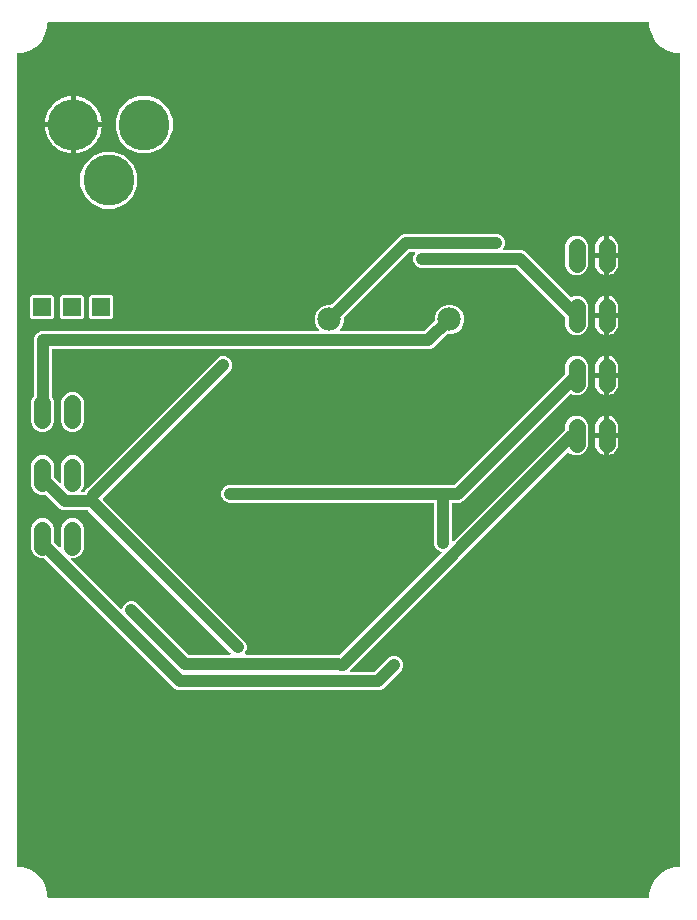
<source format=gbr>
G04 EAGLE Gerber RS-274X export*
G75*
%MOMM*%
%FSLAX34Y34*%
%LPD*%
%INBottom Copper*%
%IPPOS*%
%AMOC8*
5,1,8,0,0,1.08239X$1,22.5*%
G01*
%ADD10C,1.981200*%
%ADD11C,4.318000*%
%ADD12C,1.422400*%
%ADD13R,1.508000X1.508000*%
%ADD14C,1.016000*%
%ADD15C,0.756400*%

G36*
X563904Y29010D02*
X563904Y29010D01*
X563968Y29009D01*
X564043Y29030D01*
X564119Y29041D01*
X564178Y29067D01*
X564240Y29084D01*
X564306Y29125D01*
X564376Y29157D01*
X564425Y29199D01*
X564480Y29232D01*
X564532Y29290D01*
X564590Y29340D01*
X564626Y29394D01*
X564669Y29442D01*
X564702Y29511D01*
X564745Y29576D01*
X564764Y29638D01*
X564792Y29695D01*
X564803Y29765D01*
X564827Y29846D01*
X564828Y29931D01*
X564839Y30000D01*
X564839Y33313D01*
X566554Y39712D01*
X569866Y45449D01*
X574551Y50134D01*
X580288Y53446D01*
X586687Y55161D01*
X590000Y55161D01*
X590064Y55170D01*
X590128Y55169D01*
X590203Y55190D01*
X590279Y55201D01*
X590338Y55227D01*
X590400Y55244D01*
X590466Y55285D01*
X590536Y55317D01*
X590585Y55359D01*
X590640Y55392D01*
X590692Y55450D01*
X590750Y55500D01*
X590786Y55554D01*
X590829Y55602D01*
X590862Y55671D01*
X590905Y55736D01*
X590924Y55798D01*
X590952Y55855D01*
X590963Y55925D01*
X590987Y56006D01*
X590988Y56091D01*
X590999Y56160D01*
X590999Y743840D01*
X590990Y743904D01*
X590991Y743968D01*
X590970Y744043D01*
X590959Y744119D01*
X590933Y744178D01*
X590916Y744240D01*
X590875Y744306D01*
X590843Y744376D01*
X590801Y744425D01*
X590768Y744480D01*
X590710Y744532D01*
X590660Y744590D01*
X590606Y744626D01*
X590558Y744669D01*
X590489Y744702D01*
X590424Y744745D01*
X590362Y744764D01*
X590305Y744792D01*
X590235Y744803D01*
X590154Y744827D01*
X590069Y744828D01*
X590000Y744839D01*
X586687Y744839D01*
X580288Y746554D01*
X574551Y749866D01*
X569866Y754551D01*
X566554Y760288D01*
X564839Y766687D01*
X564839Y770000D01*
X564830Y770064D01*
X564831Y770128D01*
X564810Y770203D01*
X564799Y770279D01*
X564773Y770338D01*
X564756Y770400D01*
X564715Y770466D01*
X564683Y770536D01*
X564641Y770585D01*
X564608Y770640D01*
X564550Y770692D01*
X564500Y770750D01*
X564446Y770786D01*
X564398Y770829D01*
X564329Y770862D01*
X564264Y770905D01*
X564202Y770924D01*
X564145Y770952D01*
X564075Y770963D01*
X563994Y770987D01*
X563909Y770988D01*
X563840Y770999D01*
X56160Y770999D01*
X56096Y770990D01*
X56032Y770991D01*
X55957Y770970D01*
X55881Y770959D01*
X55822Y770933D01*
X55760Y770916D01*
X55694Y770875D01*
X55624Y770843D01*
X55575Y770801D01*
X55520Y770768D01*
X55468Y770710D01*
X55410Y770660D01*
X55374Y770606D01*
X55331Y770558D01*
X55298Y770489D01*
X55255Y770424D01*
X55236Y770362D01*
X55208Y770305D01*
X55197Y770235D01*
X55173Y770154D01*
X55172Y770069D01*
X55161Y770000D01*
X55161Y766687D01*
X53446Y760288D01*
X50134Y754551D01*
X45449Y749866D01*
X39712Y746554D01*
X33313Y744839D01*
X30000Y744839D01*
X29936Y744830D01*
X29872Y744831D01*
X29797Y744810D01*
X29721Y744799D01*
X29662Y744773D01*
X29600Y744756D01*
X29534Y744715D01*
X29464Y744683D01*
X29415Y744641D01*
X29360Y744608D01*
X29308Y744550D01*
X29250Y744500D01*
X29214Y744446D01*
X29171Y744398D01*
X29138Y744329D01*
X29095Y744264D01*
X29076Y744202D01*
X29048Y744145D01*
X29037Y744075D01*
X29013Y743994D01*
X29012Y743909D01*
X29001Y743840D01*
X29001Y56160D01*
X29010Y56096D01*
X29009Y56032D01*
X29030Y55957D01*
X29041Y55881D01*
X29067Y55822D01*
X29084Y55760D01*
X29125Y55694D01*
X29157Y55624D01*
X29199Y55575D01*
X29232Y55520D01*
X29290Y55468D01*
X29340Y55410D01*
X29394Y55374D01*
X29442Y55331D01*
X29511Y55298D01*
X29576Y55255D01*
X29638Y55236D01*
X29695Y55208D01*
X29765Y55197D01*
X29846Y55173D01*
X29931Y55172D01*
X30000Y55161D01*
X33313Y55161D01*
X39712Y53446D01*
X45449Y50134D01*
X50134Y45449D01*
X53446Y39712D01*
X55161Y33313D01*
X55161Y30000D01*
X55170Y29936D01*
X55169Y29872D01*
X55190Y29797D01*
X55201Y29721D01*
X55227Y29662D01*
X55244Y29600D01*
X55285Y29534D01*
X55317Y29464D01*
X55359Y29415D01*
X55392Y29360D01*
X55450Y29308D01*
X55500Y29250D01*
X55554Y29214D01*
X55602Y29171D01*
X55671Y29138D01*
X55736Y29095D01*
X55798Y29076D01*
X55855Y29048D01*
X55925Y29037D01*
X56006Y29013D01*
X56091Y29012D01*
X56160Y29001D01*
X563840Y29001D01*
X563904Y29010D01*
G37*
%LPC*%
G36*
X165984Y204879D02*
X165984Y204879D01*
X163183Y206039D01*
X52580Y316643D01*
X52503Y316700D01*
X52432Y316765D01*
X52391Y316785D01*
X52354Y316812D01*
X52264Y316846D01*
X52178Y316888D01*
X52136Y316894D01*
X52091Y316911D01*
X51963Y316921D01*
X51873Y316935D01*
X48880Y316935D01*
X45332Y318405D01*
X42617Y321120D01*
X41147Y324668D01*
X41147Y342732D01*
X42617Y346280D01*
X45332Y348995D01*
X48880Y350465D01*
X52720Y350465D01*
X56268Y348995D01*
X58983Y346280D01*
X60453Y342732D01*
X60453Y330739D01*
X60461Y330678D01*
X60461Y330646D01*
X60467Y330623D01*
X60471Y330547D01*
X60486Y330504D01*
X60493Y330459D01*
X60532Y330372D01*
X60564Y330281D01*
X60589Y330247D01*
X60609Y330202D01*
X60692Y330105D01*
X60745Y330032D01*
X64841Y325936D01*
X64867Y325917D01*
X64888Y325892D01*
X64980Y325832D01*
X65067Y325767D01*
X65097Y325755D01*
X65124Y325738D01*
X65229Y325706D01*
X65331Y325667D01*
X65363Y325665D01*
X65394Y325655D01*
X65503Y325654D01*
X65612Y325645D01*
X65644Y325652D01*
X65676Y325651D01*
X65781Y325681D01*
X65888Y325703D01*
X65917Y325718D01*
X65948Y325727D01*
X66041Y325784D01*
X66137Y325835D01*
X66160Y325858D01*
X66188Y325875D01*
X66261Y325956D01*
X66339Y326032D01*
X66355Y326060D01*
X66377Y326084D01*
X66424Y326182D01*
X66478Y326277D01*
X66486Y326309D01*
X66500Y326338D01*
X66514Y326427D01*
X66543Y326552D01*
X66541Y326600D01*
X66547Y326642D01*
X66547Y342732D01*
X68017Y346280D01*
X70732Y348995D01*
X74280Y350465D01*
X78120Y350465D01*
X81668Y348995D01*
X84383Y346280D01*
X85853Y342732D01*
X85853Y324668D01*
X84383Y321120D01*
X81668Y318405D01*
X78120Y316935D01*
X76254Y316935D01*
X76223Y316931D01*
X76190Y316933D01*
X76083Y316911D01*
X75975Y316895D01*
X75946Y316882D01*
X75914Y316876D01*
X75818Y316824D01*
X75718Y316779D01*
X75694Y316758D01*
X75665Y316743D01*
X75587Y316667D01*
X75504Y316596D01*
X75486Y316569D01*
X75463Y316546D01*
X75409Y316451D01*
X75350Y316360D01*
X75340Y316329D01*
X75324Y316301D01*
X75299Y316194D01*
X75267Y316090D01*
X75267Y316058D01*
X75259Y316027D01*
X75265Y315917D01*
X75263Y315808D01*
X75272Y315777D01*
X75274Y315745D01*
X75309Y315642D01*
X75339Y315536D01*
X75356Y315509D01*
X75366Y315478D01*
X75419Y315405D01*
X75487Y315296D01*
X75523Y315264D01*
X75548Y315229D01*
X117025Y273753D01*
X117120Y273681D01*
X117211Y273606D01*
X117232Y273597D01*
X117250Y273583D01*
X117361Y273541D01*
X117470Y273495D01*
X117493Y273492D01*
X117514Y273484D01*
X117632Y273475D01*
X117750Y273460D01*
X117773Y273464D01*
X117795Y273462D01*
X117911Y273486D01*
X118029Y273505D01*
X118049Y273515D01*
X118071Y273520D01*
X118176Y273575D01*
X118283Y273626D01*
X118300Y273641D01*
X118320Y273652D01*
X118405Y273735D01*
X118494Y273814D01*
X118505Y273832D01*
X118523Y273849D01*
X118614Y274011D01*
X118655Y274077D01*
X119789Y276817D01*
X121933Y278961D01*
X124734Y280121D01*
X127766Y280121D01*
X130567Y278961D01*
X174114Y235413D01*
X174191Y235356D01*
X174262Y235291D01*
X174303Y235271D01*
X174340Y235244D01*
X174430Y235210D01*
X174516Y235168D01*
X174558Y235162D01*
X174603Y235145D01*
X174731Y235135D01*
X174821Y235121D01*
X209190Y235121D01*
X209221Y235125D01*
X209254Y235123D01*
X209361Y235145D01*
X209469Y235161D01*
X209498Y235174D01*
X209530Y235180D01*
X209626Y235232D01*
X209726Y235277D01*
X209750Y235298D01*
X209779Y235313D01*
X209857Y235389D01*
X209940Y235460D01*
X209958Y235487D01*
X209981Y235510D01*
X210035Y235605D01*
X210094Y235696D01*
X210104Y235727D01*
X210120Y235755D01*
X210145Y235862D01*
X210177Y235966D01*
X210177Y235998D01*
X210185Y236029D01*
X210179Y236139D01*
X210181Y236248D01*
X210172Y236279D01*
X210170Y236311D01*
X210135Y236414D01*
X210105Y236520D01*
X210088Y236547D01*
X210078Y236578D01*
X210025Y236651D01*
X209957Y236760D01*
X209921Y236792D01*
X209896Y236827D01*
X89636Y357087D01*
X89559Y357144D01*
X89488Y357209D01*
X89447Y357229D01*
X89410Y357256D01*
X89320Y357290D01*
X89234Y357332D01*
X89192Y357338D01*
X89147Y357355D01*
X89019Y357365D01*
X88929Y357379D01*
X68484Y357379D01*
X65683Y358539D01*
X53947Y370276D01*
X53939Y370281D01*
X53933Y370289D01*
X53826Y370366D01*
X53721Y370445D01*
X53712Y370448D01*
X53705Y370454D01*
X53581Y370498D01*
X53457Y370545D01*
X53448Y370545D01*
X53439Y370548D01*
X53308Y370556D01*
X53176Y370566D01*
X53167Y370564D01*
X53157Y370565D01*
X53082Y370547D01*
X52900Y370509D01*
X52879Y370497D01*
X52858Y370492D01*
X52720Y370435D01*
X48880Y370435D01*
X45332Y371905D01*
X42617Y374620D01*
X41147Y378168D01*
X41147Y396232D01*
X42617Y399780D01*
X45332Y402495D01*
X48880Y403965D01*
X52720Y403965D01*
X56268Y402495D01*
X58983Y399780D01*
X60453Y396232D01*
X60453Y385739D01*
X60466Y385644D01*
X60467Y385633D01*
X60466Y385605D01*
X60469Y385597D01*
X60471Y385547D01*
X60486Y385504D01*
X60493Y385459D01*
X60529Y385378D01*
X60542Y385333D01*
X60550Y385319D01*
X60564Y385281D01*
X60589Y385247D01*
X60609Y385202D01*
X60658Y385145D01*
X60690Y385093D01*
X60721Y385065D01*
X60745Y385032D01*
X64841Y380936D01*
X64867Y380917D01*
X64888Y380892D01*
X64980Y380832D01*
X65067Y380767D01*
X65097Y380755D01*
X65124Y380738D01*
X65229Y380706D01*
X65331Y380667D01*
X65363Y380665D01*
X65394Y380655D01*
X65503Y380654D01*
X65612Y380645D01*
X65644Y380652D01*
X65676Y380651D01*
X65781Y380681D01*
X65888Y380703D01*
X65917Y380718D01*
X65948Y380727D01*
X66041Y380784D01*
X66137Y380835D01*
X66160Y380858D01*
X66188Y380875D01*
X66261Y380956D01*
X66339Y381032D01*
X66355Y381060D01*
X66377Y381084D01*
X66424Y381182D01*
X66478Y381277D01*
X66486Y381309D01*
X66500Y381338D01*
X66514Y381427D01*
X66543Y381552D01*
X66541Y381600D01*
X66547Y381642D01*
X66547Y396232D01*
X68017Y399780D01*
X70732Y402495D01*
X74280Y403965D01*
X78120Y403965D01*
X81668Y402495D01*
X84383Y399780D01*
X85853Y396232D01*
X85853Y378168D01*
X84383Y374620D01*
X84090Y374327D01*
X84070Y374301D01*
X84046Y374280D01*
X83986Y374188D01*
X83920Y374101D01*
X83909Y374071D01*
X83891Y374044D01*
X83859Y373939D01*
X83821Y373837D01*
X83818Y373805D01*
X83809Y373774D01*
X83807Y373665D01*
X83799Y373556D01*
X83806Y373524D01*
X83805Y373492D01*
X83834Y373387D01*
X83857Y373280D01*
X83872Y373251D01*
X83880Y373220D01*
X83938Y373127D01*
X83989Y373031D01*
X84011Y373008D01*
X84028Y372980D01*
X84110Y372907D01*
X84186Y372829D01*
X84214Y372813D01*
X84238Y372791D01*
X84336Y372744D01*
X84431Y372690D01*
X84462Y372682D01*
X84492Y372668D01*
X84581Y372654D01*
X84706Y372625D01*
X84754Y372627D01*
X84796Y372621D01*
X85770Y372621D01*
X85852Y372632D01*
X85936Y372635D01*
X85991Y372652D01*
X86049Y372661D01*
X86125Y372695D01*
X86204Y372720D01*
X86253Y372753D01*
X86306Y372777D01*
X86369Y372831D01*
X86438Y372877D01*
X86476Y372922D01*
X86520Y372960D01*
X86566Y373030D01*
X86619Y373094D01*
X86640Y373144D01*
X86675Y373196D01*
X86704Y373291D01*
X86995Y373684D01*
X87068Y373819D01*
X87115Y373897D01*
X87289Y374317D01*
X87910Y374938D01*
X87959Y375002D01*
X88007Y375049D01*
X88529Y375755D01*
X88919Y375989D01*
X89038Y376086D01*
X89112Y376139D01*
X199433Y486461D01*
X202234Y487621D01*
X205266Y487621D01*
X208067Y486461D01*
X210211Y484317D01*
X211371Y481516D01*
X211371Y478484D01*
X210211Y475683D01*
X102109Y367582D01*
X102070Y367530D01*
X102024Y367485D01*
X101986Y367418D01*
X101940Y367356D01*
X101917Y367296D01*
X101885Y367240D01*
X101867Y367165D01*
X101840Y367092D01*
X101835Y367028D01*
X101820Y366966D01*
X101824Y366888D01*
X101818Y366811D01*
X101831Y366748D01*
X101835Y366684D01*
X101860Y366611D01*
X101876Y366535D01*
X101906Y366478D01*
X101927Y366417D01*
X101969Y366361D01*
X102008Y366286D01*
X102068Y366225D01*
X102109Y366168D01*
X222711Y245567D01*
X223871Y242766D01*
X223871Y239734D01*
X222711Y236933D01*
X222604Y236827D01*
X222585Y236801D01*
X222560Y236780D01*
X222500Y236688D01*
X222435Y236601D01*
X222423Y236571D01*
X222406Y236544D01*
X222374Y236440D01*
X222335Y236337D01*
X222333Y236305D01*
X222323Y236274D01*
X222322Y236165D01*
X222313Y236056D01*
X222320Y236024D01*
X222319Y235992D01*
X222349Y235887D01*
X222371Y235780D01*
X222386Y235751D01*
X222395Y235720D01*
X222452Y235627D01*
X222503Y235531D01*
X222526Y235508D01*
X222543Y235480D01*
X222624Y235407D01*
X222700Y235329D01*
X222728Y235313D01*
X222752Y235291D01*
X222850Y235244D01*
X222945Y235190D01*
X222977Y235182D01*
X223006Y235168D01*
X223095Y235154D01*
X223220Y235125D01*
X223268Y235127D01*
X223310Y235121D01*
X299362Y235121D01*
X299442Y235132D01*
X299509Y235132D01*
X300378Y235261D01*
X300819Y235151D01*
X300972Y235135D01*
X301061Y235121D01*
X301516Y235121D01*
X302014Y234914D01*
X302024Y234912D01*
X302032Y234907D01*
X302058Y234901D01*
X302073Y234894D01*
X302118Y234887D01*
X302160Y234877D01*
X302288Y234844D01*
X302297Y234844D01*
X302306Y234842D01*
X302386Y234846D01*
X302405Y234846D01*
X302416Y234848D01*
X302439Y234849D01*
X302570Y234853D01*
X302578Y234856D01*
X302588Y234857D01*
X302665Y234883D01*
X302684Y234886D01*
X302720Y234902D01*
X302838Y234941D01*
X302846Y234946D01*
X302854Y234949D01*
X302905Y234986D01*
X302941Y235002D01*
X302992Y235046D01*
X303071Y235099D01*
X303086Y235118D01*
X303103Y235131D01*
X388747Y320775D01*
X388819Y320870D01*
X388894Y320961D01*
X388903Y320982D01*
X388917Y321000D01*
X388959Y321111D01*
X389005Y321220D01*
X389008Y321243D01*
X389016Y321264D01*
X389025Y321382D01*
X389040Y321500D01*
X389036Y321523D01*
X389038Y321545D01*
X389014Y321661D01*
X388995Y321779D01*
X388985Y321799D01*
X388980Y321821D01*
X388925Y321926D01*
X388874Y322033D01*
X388859Y322050D01*
X388848Y322070D01*
X388765Y322155D01*
X388686Y322244D01*
X388668Y322255D01*
X388651Y322273D01*
X388489Y322365D01*
X388423Y322405D01*
X385683Y323539D01*
X383539Y325683D01*
X382379Y328484D01*
X382379Y362630D01*
X382370Y362694D01*
X382371Y362758D01*
X382350Y362833D01*
X382339Y362909D01*
X382313Y362968D01*
X382296Y363030D01*
X382255Y363096D01*
X382223Y363166D01*
X382181Y363215D01*
X382148Y363270D01*
X382090Y363322D01*
X382040Y363380D01*
X381986Y363416D01*
X381938Y363459D01*
X381869Y363492D01*
X381804Y363535D01*
X381742Y363554D01*
X381685Y363582D01*
X381615Y363593D01*
X381534Y363617D01*
X381449Y363618D01*
X381380Y363629D01*
X208484Y363629D01*
X205683Y364789D01*
X203539Y366933D01*
X202379Y369734D01*
X202379Y372766D01*
X203539Y375567D01*
X205683Y377711D01*
X208484Y378871D01*
X398930Y378871D01*
X399024Y378884D01*
X399121Y378889D01*
X399164Y378904D01*
X399209Y378911D01*
X399296Y378950D01*
X399387Y378982D01*
X399422Y379007D01*
X399466Y379027D01*
X399563Y379110D01*
X399636Y379163D01*
X493155Y472682D01*
X493212Y472759D01*
X493277Y472830D01*
X493297Y472871D01*
X493324Y472907D01*
X493358Y472998D01*
X493400Y473084D01*
X493406Y473126D01*
X493423Y473171D01*
X493433Y473299D01*
X493447Y473388D01*
X493447Y480532D01*
X494917Y484080D01*
X497632Y486795D01*
X501180Y488265D01*
X505020Y488265D01*
X508568Y486795D01*
X511283Y484080D01*
X512753Y480532D01*
X512753Y462468D01*
X511283Y458920D01*
X508568Y456205D01*
X505020Y454735D01*
X501180Y454735D01*
X498673Y455774D01*
X498664Y455776D01*
X498656Y455781D01*
X498527Y455811D01*
X498400Y455844D01*
X498391Y455843D01*
X498381Y455846D01*
X498249Y455839D01*
X498118Y455835D01*
X498109Y455832D01*
X498100Y455831D01*
X497975Y455788D01*
X497850Y455747D01*
X497842Y455742D01*
X497833Y455739D01*
X497771Y455693D01*
X497617Y455588D01*
X497602Y455570D01*
X497584Y455557D01*
X409101Y367074D01*
X406817Y364789D01*
X404016Y363629D01*
X398620Y363629D01*
X398556Y363620D01*
X398492Y363621D01*
X398417Y363600D01*
X398341Y363589D01*
X398282Y363563D01*
X398220Y363546D01*
X398154Y363505D01*
X398084Y363473D01*
X398035Y363431D01*
X397980Y363398D01*
X397928Y363340D01*
X397870Y363290D01*
X397834Y363236D01*
X397791Y363188D01*
X397758Y363119D01*
X397715Y363054D01*
X397696Y362992D01*
X397668Y362935D01*
X397657Y362865D01*
X397633Y362784D01*
X397632Y362699D01*
X397621Y362630D01*
X397621Y332060D01*
X397625Y332029D01*
X397623Y331996D01*
X397645Y331889D01*
X397661Y331781D01*
X397674Y331752D01*
X397680Y331720D01*
X397732Y331624D01*
X397777Y331524D01*
X397798Y331500D01*
X397813Y331471D01*
X397889Y331393D01*
X397960Y331310D01*
X397987Y331292D01*
X398010Y331269D01*
X398105Y331215D01*
X398196Y331156D01*
X398227Y331146D01*
X398255Y331130D01*
X398362Y331105D01*
X398466Y331073D01*
X398498Y331073D01*
X398529Y331065D01*
X398639Y331071D01*
X398748Y331069D01*
X398779Y331078D01*
X398811Y331080D01*
X398914Y331115D01*
X399020Y331145D01*
X399047Y331162D01*
X399078Y331172D01*
X399151Y331225D01*
X399260Y331293D01*
X399292Y331329D01*
X399327Y331354D01*
X492149Y424176D01*
X493155Y425182D01*
X493212Y425259D01*
X493277Y425330D01*
X493297Y425371D01*
X493324Y425408D01*
X493358Y425498D01*
X493400Y425584D01*
X493406Y425626D01*
X493423Y425671D01*
X493433Y425799D01*
X493447Y425889D01*
X493447Y429732D01*
X494917Y433280D01*
X497632Y435995D01*
X501180Y437465D01*
X505020Y437465D01*
X508568Y435995D01*
X511283Y433280D01*
X512753Y429732D01*
X512753Y411668D01*
X511283Y408120D01*
X508568Y405405D01*
X505020Y403935D01*
X501180Y403935D01*
X497632Y405405D01*
X496989Y406048D01*
X496937Y406087D01*
X496892Y406133D01*
X496825Y406171D01*
X496763Y406218D01*
X496703Y406240D01*
X496647Y406272D01*
X496572Y406290D01*
X496499Y406317D01*
X496435Y406322D01*
X496373Y406337D01*
X496295Y406333D01*
X496218Y406339D01*
X496155Y406326D01*
X496091Y406322D01*
X496018Y406297D01*
X495942Y406281D01*
X495885Y406251D01*
X495825Y406230D01*
X495768Y406189D01*
X495693Y406149D01*
X495632Y406090D01*
X495576Y406048D01*
X311354Y221827D01*
X311335Y221801D01*
X311310Y221780D01*
X311250Y221688D01*
X311185Y221601D01*
X311173Y221571D01*
X311156Y221544D01*
X311124Y221439D01*
X311085Y221337D01*
X311083Y221305D01*
X311073Y221274D01*
X311072Y221165D01*
X311063Y221056D01*
X311070Y221024D01*
X311069Y220992D01*
X311099Y220887D01*
X311121Y220780D01*
X311136Y220751D01*
X311145Y220720D01*
X311202Y220627D01*
X311253Y220531D01*
X311276Y220508D01*
X311293Y220480D01*
X311374Y220407D01*
X311450Y220329D01*
X311478Y220313D01*
X311502Y220291D01*
X311600Y220244D01*
X311695Y220190D01*
X311727Y220182D01*
X311756Y220168D01*
X311845Y220154D01*
X311970Y220125D01*
X312018Y220127D01*
X312060Y220121D01*
X331429Y220121D01*
X331524Y220134D01*
X331621Y220139D01*
X331664Y220154D01*
X331709Y220161D01*
X331796Y220200D01*
X331887Y220232D01*
X331921Y220257D01*
X331966Y220277D01*
X332063Y220360D01*
X332136Y220413D01*
X344433Y232711D01*
X347234Y233871D01*
X350266Y233871D01*
X353067Y232711D01*
X355211Y230567D01*
X356371Y227766D01*
X356371Y224734D01*
X355211Y221933D01*
X339317Y206039D01*
X336516Y204879D01*
X165984Y204879D01*
G37*
%LPD*%
%LPC*%
G36*
X48880Y423935D02*
X48880Y423935D01*
X45332Y425405D01*
X42617Y428120D01*
X41147Y431668D01*
X41147Y449732D01*
X42617Y453280D01*
X43337Y454000D01*
X43348Y454015D01*
X43356Y454021D01*
X43373Y454048D01*
X43394Y454076D01*
X43459Y454148D01*
X43479Y454189D01*
X43506Y454225D01*
X43540Y454315D01*
X43582Y454402D01*
X43588Y454444D01*
X43605Y454489D01*
X43615Y454617D01*
X43629Y454706D01*
X43629Y502766D01*
X44789Y505567D01*
X46933Y507711D01*
X49734Y508871D01*
X284115Y508871D01*
X284146Y508875D01*
X284179Y508873D01*
X284286Y508895D01*
X284394Y508911D01*
X284423Y508924D01*
X284455Y508930D01*
X284551Y508982D01*
X284651Y509027D01*
X284675Y509048D01*
X284704Y509063D01*
X284782Y509139D01*
X284865Y509210D01*
X284883Y509237D01*
X284906Y509260D01*
X284960Y509355D01*
X285019Y509446D01*
X285029Y509477D01*
X285045Y509505D01*
X285070Y509611D01*
X285102Y509716D01*
X285102Y509748D01*
X285110Y509779D01*
X285104Y509889D01*
X285106Y509998D01*
X285097Y510029D01*
X285095Y510061D01*
X285060Y510164D01*
X285030Y510270D01*
X285013Y510297D01*
X285003Y510328D01*
X284950Y510401D01*
X284882Y510510D01*
X284846Y510542D01*
X284821Y510577D01*
X283348Y512049D01*
X281453Y516624D01*
X281453Y521576D01*
X283348Y526151D01*
X286849Y529652D01*
X291424Y531547D01*
X295355Y531547D01*
X295450Y531560D01*
X295547Y531565D01*
X295590Y531580D01*
X295635Y531587D01*
X295722Y531626D01*
X295813Y531658D01*
X295847Y531683D01*
X295892Y531703D01*
X295989Y531786D01*
X296062Y531839D01*
X354433Y590211D01*
X357234Y591371D01*
X436516Y591371D01*
X439317Y590211D01*
X441461Y588067D01*
X442621Y585266D01*
X442621Y582234D01*
X441461Y579433D01*
X441354Y579327D01*
X441335Y579301D01*
X441310Y579280D01*
X441250Y579188D01*
X441185Y579101D01*
X441173Y579071D01*
X441156Y579044D01*
X441124Y578940D01*
X441085Y578837D01*
X441083Y578805D01*
X441073Y578774D01*
X441072Y578665D01*
X441063Y578556D01*
X441070Y578524D01*
X441069Y578492D01*
X441099Y578387D01*
X441121Y578280D01*
X441136Y578251D01*
X441145Y578220D01*
X441202Y578127D01*
X441253Y578031D01*
X441276Y578008D01*
X441293Y577980D01*
X441374Y577907D01*
X441450Y577829D01*
X441478Y577813D01*
X441502Y577791D01*
X441600Y577744D01*
X441695Y577690D01*
X441727Y577682D01*
X441756Y577668D01*
X441845Y577654D01*
X441970Y577625D01*
X442018Y577627D01*
X442060Y577621D01*
X456516Y577621D01*
X459317Y576461D01*
X497549Y538228D01*
X497556Y538223D01*
X497562Y538215D01*
X497670Y538138D01*
X497775Y538059D01*
X497783Y538056D01*
X497791Y538050D01*
X497915Y538006D01*
X498038Y537960D01*
X498048Y537959D01*
X498057Y537956D01*
X498188Y537948D01*
X498320Y537938D01*
X498329Y537940D01*
X498338Y537939D01*
X498414Y537957D01*
X498596Y537995D01*
X498617Y538007D01*
X498638Y538012D01*
X501180Y539065D01*
X505020Y539065D01*
X508568Y537595D01*
X511283Y534880D01*
X512753Y531332D01*
X512753Y513268D01*
X511283Y509720D01*
X508568Y507005D01*
X505020Y505535D01*
X501180Y505535D01*
X497632Y507005D01*
X494917Y509720D01*
X493447Y513268D01*
X493447Y520361D01*
X493434Y520456D01*
X493429Y520553D01*
X493414Y520596D01*
X493407Y520641D01*
X493368Y520728D01*
X493336Y520819D01*
X493311Y520853D01*
X493291Y520898D01*
X493208Y520995D01*
X493155Y521068D01*
X452136Y562087D01*
X452059Y562144D01*
X451988Y562209D01*
X451947Y562229D01*
X451910Y562256D01*
X451820Y562290D01*
X451734Y562332D01*
X451692Y562338D01*
X451647Y562355D01*
X451519Y562365D01*
X451429Y562379D01*
X370984Y562379D01*
X368183Y563539D01*
X366039Y565683D01*
X364879Y568484D01*
X364879Y571516D01*
X366039Y574317D01*
X366146Y574423D01*
X366165Y574449D01*
X366190Y574470D01*
X366250Y574562D01*
X366315Y574649D01*
X366327Y574679D01*
X366344Y574706D01*
X366376Y574810D01*
X366415Y574913D01*
X366417Y574945D01*
X366427Y574976D01*
X366428Y575085D01*
X366437Y575194D01*
X366430Y575226D01*
X366431Y575258D01*
X366401Y575363D01*
X366379Y575470D01*
X366364Y575499D01*
X366355Y575530D01*
X366298Y575623D01*
X366247Y575719D01*
X366224Y575742D01*
X366207Y575770D01*
X366126Y575843D01*
X366050Y575921D01*
X366022Y575937D01*
X365998Y575959D01*
X365900Y576006D01*
X365805Y576060D01*
X365773Y576068D01*
X365744Y576082D01*
X365655Y576096D01*
X365530Y576125D01*
X365482Y576123D01*
X365440Y576129D01*
X362321Y576129D01*
X362226Y576116D01*
X362129Y576111D01*
X362086Y576096D01*
X362041Y576089D01*
X361954Y576050D01*
X361863Y576018D01*
X361829Y575993D01*
X361784Y575973D01*
X361687Y575890D01*
X361614Y575837D01*
X306639Y520862D01*
X306582Y520785D01*
X306517Y520714D01*
X306497Y520673D01*
X306470Y520636D01*
X306436Y520546D01*
X306394Y520460D01*
X306388Y520418D01*
X306371Y520373D01*
X306361Y520245D01*
X306347Y520155D01*
X306347Y516624D01*
X304452Y512049D01*
X302979Y510577D01*
X302960Y510551D01*
X302935Y510530D01*
X302875Y510438D01*
X302810Y510351D01*
X302798Y510321D01*
X302781Y510294D01*
X302749Y510189D01*
X302710Y510087D01*
X302708Y510055D01*
X302698Y510024D01*
X302697Y509915D01*
X302688Y509806D01*
X302695Y509774D01*
X302694Y509742D01*
X302724Y509637D01*
X302746Y509530D01*
X302761Y509501D01*
X302770Y509470D01*
X302827Y509377D01*
X302878Y509281D01*
X302901Y509258D01*
X302918Y509230D01*
X302999Y509157D01*
X303075Y509079D01*
X303103Y509063D01*
X303127Y509041D01*
X303225Y508994D01*
X303320Y508940D01*
X303352Y508932D01*
X303381Y508918D01*
X303470Y508904D01*
X303595Y508875D01*
X303643Y508877D01*
X303685Y508871D01*
X373929Y508871D01*
X374024Y508884D01*
X374121Y508889D01*
X374164Y508904D01*
X374209Y508911D01*
X374296Y508950D01*
X374387Y508982D01*
X374421Y509007D01*
X374466Y509027D01*
X374563Y509110D01*
X374636Y509163D01*
X382761Y517288D01*
X382818Y517365D01*
X382883Y517436D01*
X382903Y517477D01*
X382930Y517514D01*
X382964Y517604D01*
X383006Y517690D01*
X383012Y517732D01*
X383029Y517777D01*
X383039Y517905D01*
X383053Y517995D01*
X383053Y521576D01*
X384948Y526151D01*
X388449Y529652D01*
X393024Y531547D01*
X397976Y531547D01*
X402551Y529652D01*
X406052Y526151D01*
X407947Y521576D01*
X407947Y516624D01*
X406052Y512049D01*
X402551Y508548D01*
X397976Y506653D01*
X394095Y506653D01*
X394000Y506640D01*
X393903Y506635D01*
X393860Y506620D01*
X393815Y506613D01*
X393728Y506574D01*
X393637Y506542D01*
X393603Y506517D01*
X393558Y506497D01*
X393461Y506414D01*
X393388Y506361D01*
X381817Y494789D01*
X379016Y493629D01*
X59870Y493629D01*
X59806Y493620D01*
X59742Y493621D01*
X59667Y493600D01*
X59591Y493589D01*
X59532Y493563D01*
X59470Y493546D01*
X59404Y493505D01*
X59334Y493473D01*
X59285Y493431D01*
X59230Y493398D01*
X59178Y493340D01*
X59120Y493290D01*
X59084Y493236D01*
X59041Y493188D01*
X59008Y493119D01*
X58965Y493054D01*
X58946Y492992D01*
X58918Y492935D01*
X58907Y492865D01*
X58883Y492784D01*
X58882Y492699D01*
X58871Y492630D01*
X58871Y453750D01*
X58877Y453709D01*
X58874Y453667D01*
X58894Y453583D01*
X58911Y453471D01*
X58935Y453417D01*
X58947Y453368D01*
X60453Y449732D01*
X60453Y431668D01*
X58983Y428120D01*
X56268Y425405D01*
X52720Y423935D01*
X48880Y423935D01*
G37*
%LPD*%
%LPC*%
G36*
X132200Y659769D02*
X132200Y659769D01*
X123331Y663443D01*
X116543Y670231D01*
X112869Y679100D01*
X112869Y688700D01*
X116543Y697569D01*
X123331Y704357D01*
X132200Y708031D01*
X141800Y708031D01*
X150669Y704357D01*
X157457Y697569D01*
X161131Y688700D01*
X161131Y679100D01*
X157457Y670231D01*
X150669Y663443D01*
X141800Y659769D01*
X132200Y659769D01*
G37*
%LPD*%
%LPC*%
G36*
X102200Y612769D02*
X102200Y612769D01*
X93331Y616443D01*
X86543Y623231D01*
X82869Y632100D01*
X82869Y641700D01*
X86543Y650569D01*
X93331Y657357D01*
X102200Y661031D01*
X111800Y661031D01*
X120669Y657357D01*
X127457Y650569D01*
X131131Y641700D01*
X131131Y632100D01*
X127457Y623231D01*
X120669Y616443D01*
X111800Y612769D01*
X102200Y612769D01*
G37*
%LPD*%
%LPC*%
G36*
X501180Y556335D02*
X501180Y556335D01*
X497632Y557805D01*
X494917Y560520D01*
X493447Y564068D01*
X493447Y582132D01*
X494917Y585680D01*
X497632Y588395D01*
X501180Y589865D01*
X505020Y589865D01*
X508568Y588395D01*
X511283Y585680D01*
X512753Y582132D01*
X512753Y564068D01*
X511283Y560520D01*
X508568Y557805D01*
X505020Y556335D01*
X501180Y556335D01*
G37*
%LPD*%
%LPC*%
G36*
X74280Y423935D02*
X74280Y423935D01*
X70732Y425405D01*
X68017Y428120D01*
X66547Y431668D01*
X66547Y449732D01*
X68017Y453280D01*
X70732Y455995D01*
X74280Y457465D01*
X78120Y457465D01*
X81668Y455995D01*
X84383Y453280D01*
X85853Y449732D01*
X85853Y431668D01*
X84383Y428120D01*
X81668Y425405D01*
X78120Y423935D01*
X74280Y423935D01*
G37*
%LPD*%
%LPC*%
G36*
X67208Y519519D02*
X67208Y519519D01*
X65719Y521008D01*
X65719Y538192D01*
X67208Y539681D01*
X84392Y539681D01*
X85881Y538192D01*
X85881Y521008D01*
X84392Y519519D01*
X67208Y519519D01*
G37*
%LPD*%
%LPC*%
G36*
X42208Y519519D02*
X42208Y519519D01*
X40719Y521008D01*
X40719Y538192D01*
X42208Y539681D01*
X59392Y539681D01*
X60881Y538192D01*
X60881Y521008D01*
X59392Y519519D01*
X42208Y519519D01*
G37*
%LPD*%
%LPC*%
G36*
X92208Y519519D02*
X92208Y519519D01*
X90719Y521008D01*
X90719Y538192D01*
X92208Y539681D01*
X109392Y539681D01*
X110881Y538192D01*
X110881Y521008D01*
X109392Y519519D01*
X92208Y519519D01*
G37*
%LPD*%
%LPC*%
G36*
X78999Y685899D02*
X78999Y685899D01*
X78999Y707958D01*
X81049Y707727D01*
X83691Y707124D01*
X86249Y706229D01*
X88691Y705053D01*
X90986Y703611D01*
X93105Y701921D01*
X95021Y700005D01*
X96711Y697886D01*
X98153Y695591D01*
X99329Y693149D01*
X100224Y690591D01*
X100827Y687949D01*
X101058Y685899D01*
X78999Y685899D01*
G37*
%LPD*%
%LPC*%
G36*
X52942Y685899D02*
X52942Y685899D01*
X53173Y687949D01*
X53776Y690591D01*
X54671Y693149D01*
X55847Y695591D01*
X57289Y697886D01*
X58979Y700005D01*
X60895Y701921D01*
X63014Y703611D01*
X65309Y705053D01*
X67751Y706229D01*
X70309Y707124D01*
X72951Y707727D01*
X75001Y707958D01*
X75001Y685899D01*
X52942Y685899D01*
G37*
%LPD*%
%LPC*%
G36*
X78999Y681901D02*
X78999Y681901D01*
X101058Y681901D01*
X100827Y679851D01*
X100224Y677209D01*
X99329Y674651D01*
X98153Y672209D01*
X96711Y669914D01*
X95021Y667795D01*
X93105Y665879D01*
X90986Y664189D01*
X88691Y662747D01*
X86249Y661571D01*
X83691Y660676D01*
X81049Y660073D01*
X78999Y659842D01*
X78999Y681901D01*
G37*
%LPD*%
%LPC*%
G36*
X72951Y660073D02*
X72951Y660073D01*
X70309Y660676D01*
X67751Y661571D01*
X65309Y662747D01*
X63014Y664189D01*
X60895Y665879D01*
X58979Y667795D01*
X57289Y669914D01*
X55847Y672209D01*
X54671Y674651D01*
X53776Y677209D01*
X53173Y679851D01*
X52942Y681901D01*
X75001Y681901D01*
X75001Y659842D01*
X72951Y660073D01*
G37*
%LPD*%
%LPC*%
G36*
X530499Y575099D02*
X530499Y575099D01*
X530499Y589668D01*
X530760Y589627D01*
X532205Y589158D01*
X533559Y588468D01*
X534788Y587575D01*
X535863Y586500D01*
X536756Y585271D01*
X537446Y583917D01*
X537915Y582472D01*
X538153Y580972D01*
X538153Y575099D01*
X530499Y575099D01*
G37*
%LPD*%
%LPC*%
G36*
X530499Y524299D02*
X530499Y524299D01*
X530499Y538868D01*
X530760Y538827D01*
X532205Y538358D01*
X533559Y537668D01*
X534788Y536775D01*
X535863Y535700D01*
X536756Y534471D01*
X537446Y533117D01*
X537915Y531672D01*
X538153Y530172D01*
X538153Y524299D01*
X530499Y524299D01*
G37*
%LPD*%
%LPC*%
G36*
X530499Y473499D02*
X530499Y473499D01*
X530499Y488068D01*
X530760Y488027D01*
X532205Y487558D01*
X533559Y486868D01*
X534788Y485975D01*
X535863Y484900D01*
X536756Y483671D01*
X537446Y482317D01*
X537915Y480872D01*
X538153Y479372D01*
X538153Y473499D01*
X530499Y473499D01*
G37*
%LPD*%
%LPC*%
G36*
X530499Y422699D02*
X530499Y422699D01*
X530499Y437268D01*
X530760Y437227D01*
X532205Y436758D01*
X533559Y436068D01*
X534788Y435175D01*
X535863Y434100D01*
X536756Y432871D01*
X537446Y431517D01*
X537915Y430072D01*
X538153Y428572D01*
X538153Y422699D01*
X530499Y422699D01*
G37*
%LPD*%
%LPC*%
G36*
X530499Y571101D02*
X530499Y571101D01*
X538153Y571101D01*
X538153Y565228D01*
X538077Y564753D01*
X537919Y563754D01*
X537915Y563728D01*
X537446Y562283D01*
X536756Y560929D01*
X535863Y559700D01*
X534788Y558625D01*
X533559Y557732D01*
X532205Y557042D01*
X530760Y556573D01*
X530499Y556532D01*
X530499Y571101D01*
G37*
%LPD*%
%LPC*%
G36*
X530499Y520301D02*
X530499Y520301D01*
X538153Y520301D01*
X538153Y514428D01*
X537915Y512928D01*
X537446Y511483D01*
X536756Y510129D01*
X535863Y508900D01*
X534788Y507825D01*
X533559Y506932D01*
X532205Y506242D01*
X530760Y505773D01*
X530499Y505732D01*
X530499Y520301D01*
G37*
%LPD*%
%LPC*%
G36*
X530499Y469501D02*
X530499Y469501D01*
X538153Y469501D01*
X538153Y463628D01*
X537915Y462128D01*
X537446Y460683D01*
X536756Y459329D01*
X535863Y458100D01*
X534788Y457025D01*
X533559Y456132D01*
X532205Y455442D01*
X530760Y454973D01*
X530499Y454932D01*
X530499Y469501D01*
G37*
%LPD*%
%LPC*%
G36*
X530499Y418701D02*
X530499Y418701D01*
X538153Y418701D01*
X538153Y412828D01*
X538001Y411868D01*
X537915Y411328D01*
X537446Y409883D01*
X536756Y408529D01*
X535863Y407300D01*
X534788Y406225D01*
X533559Y405332D01*
X532205Y404642D01*
X530760Y404173D01*
X530499Y404132D01*
X530499Y418701D01*
G37*
%LPD*%
%LPC*%
G36*
X518847Y524299D02*
X518847Y524299D01*
X518847Y530172D01*
X518894Y530470D01*
X518895Y530470D01*
X519085Y531672D01*
X519554Y533117D01*
X520244Y534471D01*
X521137Y535700D01*
X522212Y536775D01*
X523441Y537668D01*
X524795Y538358D01*
X526240Y538827D01*
X526501Y538868D01*
X526501Y524299D01*
X518847Y524299D01*
G37*
%LPD*%
%LPC*%
G36*
X518847Y473499D02*
X518847Y473499D01*
X518847Y479372D01*
X518869Y479508D01*
X518869Y479509D01*
X519085Y480872D01*
X519554Y482317D01*
X520244Y483671D01*
X521137Y484900D01*
X522212Y485975D01*
X523441Y486868D01*
X524795Y487558D01*
X526240Y488027D01*
X526501Y488068D01*
X526501Y473499D01*
X518847Y473499D01*
G37*
%LPD*%
%LPC*%
G36*
X518847Y422699D02*
X518847Y422699D01*
X518847Y428572D01*
X519085Y430072D01*
X519554Y431517D01*
X520244Y432871D01*
X521137Y434100D01*
X522212Y435175D01*
X523441Y436068D01*
X524795Y436758D01*
X526240Y437227D01*
X526501Y437268D01*
X526501Y422699D01*
X518847Y422699D01*
G37*
%LPD*%
%LPC*%
G36*
X518847Y575099D02*
X518847Y575099D01*
X518847Y580972D01*
X519078Y582431D01*
X519085Y582472D01*
X519554Y583917D01*
X520244Y585271D01*
X521137Y586500D01*
X522212Y587575D01*
X523441Y588468D01*
X524795Y589158D01*
X526240Y589627D01*
X526501Y589668D01*
X526501Y575099D01*
X518847Y575099D01*
G37*
%LPD*%
%LPC*%
G36*
X526240Y505773D02*
X526240Y505773D01*
X524795Y506242D01*
X523441Y506932D01*
X522212Y507825D01*
X521137Y508900D01*
X520244Y510129D01*
X519554Y511483D01*
X519085Y512928D01*
X518847Y514428D01*
X518847Y520301D01*
X526501Y520301D01*
X526501Y505732D01*
X526240Y505773D01*
G37*
%LPD*%
%LPC*%
G36*
X526240Y556573D02*
X526240Y556573D01*
X524795Y557042D01*
X523441Y557732D01*
X522212Y558625D01*
X521137Y559700D01*
X520244Y560929D01*
X519554Y562283D01*
X519085Y563728D01*
X518847Y565228D01*
X518847Y571101D01*
X526501Y571101D01*
X526501Y556532D01*
X526240Y556573D01*
G37*
%LPD*%
%LPC*%
G36*
X526240Y454973D02*
X526240Y454973D01*
X524795Y455442D01*
X523441Y456132D01*
X522212Y457025D01*
X521137Y458100D01*
X520244Y459329D01*
X519554Y460683D01*
X519085Y462128D01*
X518847Y463628D01*
X518847Y469501D01*
X526501Y469501D01*
X526501Y454932D01*
X526240Y454973D01*
G37*
%LPD*%
%LPC*%
G36*
X526240Y404173D02*
X526240Y404173D01*
X524795Y404642D01*
X523441Y405332D01*
X522212Y406225D01*
X521137Y407300D01*
X520244Y408529D01*
X519554Y409883D01*
X519085Y411328D01*
X518847Y412828D01*
X518847Y418701D01*
X526501Y418701D01*
X526501Y404132D01*
X526240Y404173D01*
G37*
%LPD*%
%LPC*%
G36*
X76999Y683899D02*
X76999Y683899D01*
X76999Y683901D01*
X77001Y683901D01*
X77001Y683899D01*
X76999Y683899D01*
G37*
%LPD*%
%LPC*%
G36*
X528499Y573099D02*
X528499Y573099D01*
X528499Y573101D01*
X528501Y573101D01*
X528501Y573099D01*
X528499Y573099D01*
G37*
%LPD*%
%LPC*%
G36*
X528499Y522299D02*
X528499Y522299D01*
X528499Y522301D01*
X528501Y522301D01*
X528501Y522299D01*
X528499Y522299D01*
G37*
%LPD*%
%LPC*%
G36*
X528499Y471499D02*
X528499Y471499D01*
X528499Y471501D01*
X528501Y471501D01*
X528501Y471499D01*
X528499Y471499D01*
G37*
%LPD*%
%LPC*%
G36*
X528499Y420699D02*
X528499Y420699D01*
X528499Y420701D01*
X528501Y420701D01*
X528501Y420699D01*
X528499Y420699D01*
G37*
%LPD*%
D10*
X395500Y519100D03*
X293900Y519100D03*
D11*
X137000Y683900D03*
X77000Y683900D03*
X107000Y636900D03*
D12*
X76200Y447812D02*
X76200Y433588D01*
X50800Y433588D02*
X50800Y447812D01*
X76200Y394312D02*
X76200Y380088D01*
X50800Y380088D02*
X50800Y394312D01*
X76200Y340812D02*
X76200Y326588D01*
X50800Y326588D02*
X50800Y340812D01*
X528500Y565988D02*
X528500Y580212D01*
X503100Y580212D02*
X503100Y565988D01*
X528500Y529412D02*
X528500Y515188D01*
X503100Y515188D02*
X503100Y529412D01*
X528500Y478612D02*
X528500Y464388D01*
X503100Y464388D02*
X503100Y478612D01*
X528500Y427812D02*
X528500Y413588D01*
X503100Y413588D02*
X503100Y427812D01*
D13*
X50800Y529600D03*
X75800Y529600D03*
X100800Y529600D03*
D14*
X51250Y501250D02*
X51250Y441250D01*
X51250Y501250D02*
X377500Y501250D01*
X395000Y518750D01*
X51250Y441250D02*
X50800Y440700D01*
X395000Y518750D02*
X395500Y519100D01*
X216250Y241250D02*
X92500Y365000D01*
X70000Y365000D01*
X51250Y383750D01*
X51250Y386250D01*
X50800Y387200D01*
X93750Y370000D02*
X203750Y480000D01*
X93750Y370000D02*
X92500Y365000D01*
D15*
X216250Y241250D03*
X203750Y480000D03*
D14*
X348750Y226250D02*
X335000Y212500D01*
X167500Y212500D01*
X51250Y328750D01*
X51250Y332500D01*
X50800Y333700D01*
D15*
X348750Y226250D03*
D14*
X502500Y522500D02*
X455000Y570000D01*
X372500Y570000D01*
X502500Y522500D02*
X503100Y522300D01*
D15*
X372500Y570000D03*
D14*
X502500Y471250D02*
X402500Y371250D01*
X390000Y371250D02*
X210000Y371250D01*
X390000Y371250D02*
X402500Y371250D01*
X502500Y471250D02*
X503100Y471500D01*
X390000Y371250D02*
X390000Y330000D01*
D15*
X210000Y371250D03*
X390000Y330000D03*
D14*
X305000Y226250D02*
X498750Y420000D01*
X502500Y420000D01*
X503100Y420700D01*
X171250Y227500D02*
X126250Y272500D01*
X171250Y227500D02*
X300000Y227500D01*
X305000Y226250D01*
D15*
X305000Y226250D03*
X126250Y272500D03*
D14*
X295000Y520000D02*
X358750Y583750D01*
X435000Y583750D01*
X295000Y520000D02*
X293900Y519100D01*
D15*
X435000Y583750D03*
M02*

</source>
